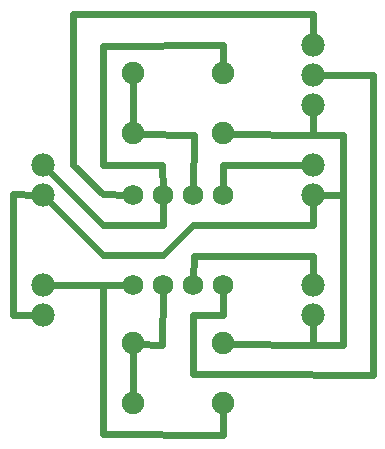
<source format=gbl>
G04 MADE WITH FRITZING*
G04 WWW.FRITZING.ORG*
G04 SINGLE SIDED*
G04 HOLES NOT PLATED*
G04 CONTOUR ON CENTER OF CONTOUR VECTOR*
%ASAXBY*%
%FSLAX23Y23*%
%MOIN*%
%OFA0B0*%
%SFA1.0B1.0*%
%ADD10C,0.078000*%
%ADD11C,0.068000*%
%ADD12C,0.075000*%
%ADD13C,0.024000*%
%LNCOPPER0*%
G90*
G70*
G54D10*
X300Y1102D03*
X300Y1002D03*
X300Y702D03*
X300Y602D03*
G54D11*
X600Y702D03*
X700Y702D03*
X800Y702D03*
X900Y702D03*
X900Y1002D03*
X800Y1002D03*
X700Y1002D03*
X600Y1002D03*
G54D12*
X600Y1408D03*
X900Y1408D03*
X600Y1208D03*
X900Y1208D03*
X600Y508D03*
X900Y508D03*
X600Y308D03*
X900Y308D03*
G54D10*
X1200Y1502D03*
X1200Y1402D03*
X1200Y1302D03*
X1200Y702D03*
X1200Y602D03*
X1200Y1102D03*
X1200Y1002D03*
G54D13*
X600Y490D02*
X600Y325D01*
D02*
X618Y1207D02*
X802Y1202D01*
D02*
X802Y1202D02*
X800Y1018D01*
D02*
X800Y718D02*
X802Y800D01*
D02*
X802Y800D02*
X1200Y800D01*
D02*
X1200Y800D02*
X1200Y721D01*
D02*
X900Y1425D02*
X900Y1503D01*
D02*
X900Y1503D02*
X500Y1500D01*
D02*
X500Y1500D02*
X500Y1103D01*
D02*
X500Y1103D02*
X698Y1103D01*
D02*
X698Y1103D02*
X700Y1018D01*
D02*
X1399Y1401D02*
X1219Y1402D01*
D02*
X1399Y403D02*
X1399Y1401D01*
D02*
X799Y404D02*
X1000Y404D01*
D02*
X1000Y404D02*
X1399Y403D01*
D02*
X799Y602D02*
X799Y404D01*
D02*
X900Y686D02*
X900Y602D01*
D02*
X900Y602D02*
X799Y602D01*
D02*
X698Y502D02*
X618Y507D01*
D02*
X700Y686D02*
X698Y502D01*
D02*
X1200Y502D02*
X1200Y583D01*
D02*
X918Y507D02*
X1200Y502D01*
D02*
X1200Y502D02*
X1299Y502D01*
D02*
X1299Y502D02*
X1299Y1003D01*
D02*
X1299Y1003D02*
X1219Y1003D01*
D02*
X1299Y1003D02*
X1299Y1202D01*
D02*
X1200Y1202D02*
X1200Y1202D01*
D02*
X1299Y1202D02*
X1200Y1202D01*
D02*
X1200Y1202D02*
X1200Y1283D01*
D02*
X1200Y1202D02*
X918Y1207D01*
D02*
X900Y203D02*
X900Y290D01*
D02*
X500Y204D02*
X900Y203D01*
D02*
X500Y502D02*
X500Y204D01*
D02*
X500Y701D02*
X500Y502D01*
D02*
X584Y702D02*
X500Y701D01*
D02*
X600Y1390D02*
X600Y1225D01*
D02*
X900Y1018D02*
X901Y1103D01*
D02*
X901Y1103D02*
X1181Y1102D01*
D02*
X501Y1004D02*
X584Y1003D01*
D02*
X400Y1101D02*
X501Y1004D01*
D02*
X1201Y1604D02*
X400Y1604D01*
D02*
X400Y1604D02*
X400Y1101D01*
D02*
X1200Y1521D02*
X1201Y1604D01*
D02*
X500Y701D02*
X319Y702D01*
D02*
X699Y903D02*
X501Y903D01*
D02*
X501Y903D02*
X314Y1089D01*
D02*
X700Y986D02*
X699Y903D01*
D02*
X699Y803D02*
X501Y803D01*
D02*
X501Y803D02*
X314Y989D01*
D02*
X1201Y903D02*
X799Y903D01*
D02*
X799Y903D02*
X699Y803D01*
D02*
X1200Y983D02*
X1201Y903D01*
D02*
X199Y1004D02*
X199Y602D01*
D02*
X281Y1003D02*
X199Y1004D01*
D02*
X199Y602D02*
X281Y602D01*
G04 End of Copper0*
M02*
</source>
